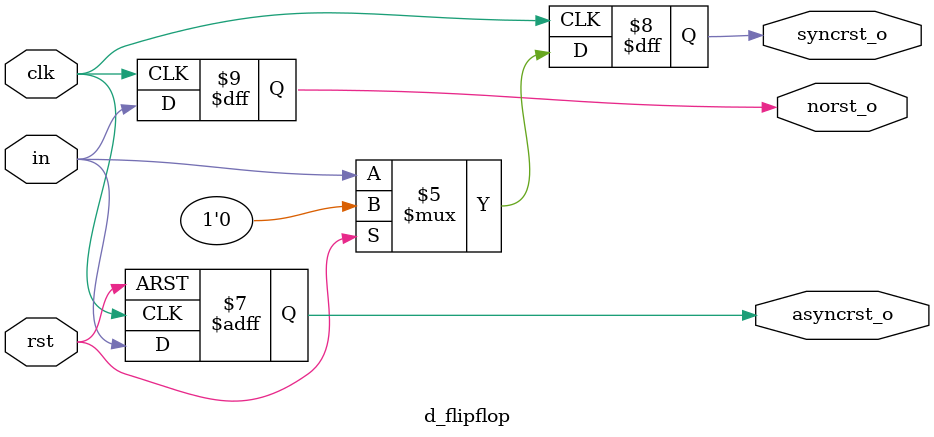
<source format=v>
module d_flipflop (clk,rst,in,norst_o,syncrst_o,asyncrst_o);
  input  wire clk;
  input  wire rst;
  input  wire in;
  output reg norst_o;
  output reg syncrst_o;
  output reg asyncrst_o;

  // No reset
  always @(posedge clk)
    norst_o <= in;

  // Sync reset
  always @(posedge clk)
    if (rst)
      syncrst_o <= 1'b0;
    else
      syncrst_o <=in;

  // Async reset
  always @(posedge clk or posedge rst)
    if (rst)
      asyncrst_o <= 1'b0;
    else
      asyncrst_o <= in;

endmodule
</source>
